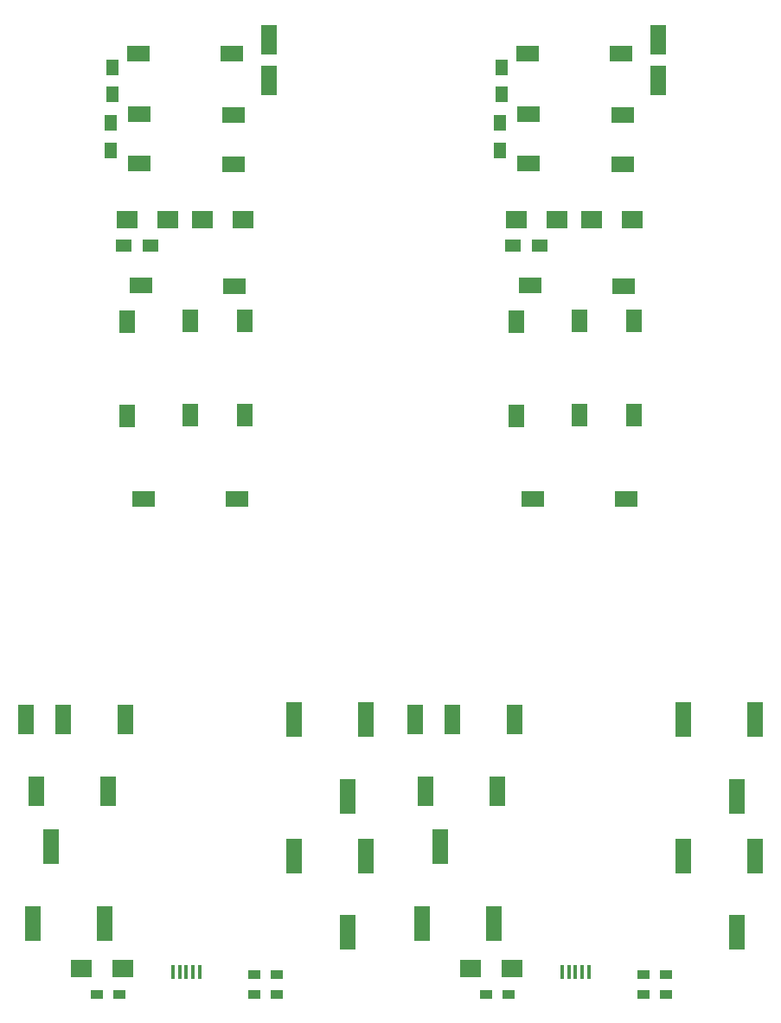
<source format=gbr>
%TF.GenerationSoftware,KiCad,Pcbnew,6.0.10-86aedd382b~118~ubuntu22.04.1*%
%TF.CreationDate,2022-12-28T16:13:35+01:00*%
%TF.ProjectId,BM83_breadboard_adapter_panel,424d3833-5f62-4726-9561-64626f617264,rev?*%
%TF.SameCoordinates,Original*%
%TF.FileFunction,Paste,Top*%
%TF.FilePolarity,Positive*%
%FSLAX46Y46*%
G04 Gerber Fmt 4.6, Leading zero omitted, Abs format (unit mm)*
G04 Created by KiCad (PCBNEW 6.0.10-86aedd382b~118~ubuntu22.04.1) date 2022-12-28 16:13:35*
%MOMM*%
%LPD*%
G01*
G04 APERTURE LIST*
%ADD10R,2.000000X1.700000*%
%ADD11R,1.500000X3.500000*%
%ADD12R,1.500000X1.300000*%
%ADD13R,1.300000X1.500000*%
%ADD14R,2.180000X1.600000*%
%ADD15R,1.600000X2.180000*%
%ADD16R,1.500000X3.000000*%
%ADD17R,1.200000X0.900000*%
%ADD18R,0.400000X1.350000*%
%ADD19R,1.501140X2.999740*%
G04 APERTURE END LIST*
D10*
%TO.C,D1*%
X215918800Y-104825800D03*
X211918800Y-104825800D03*
%TD*%
D11*
%TO.C,J2*%
X227942800Y-153780800D03*
X220942800Y-153780800D03*
X226142800Y-161280800D03*
%TD*%
D12*
%TO.C,R14*%
X204186800Y-107365800D03*
X206886800Y-107365800D03*
%TD*%
D13*
%TO.C,R10*%
X203123800Y-92586800D03*
X203123800Y-89886800D03*
%TD*%
D14*
%TO.C,SW7*%
X205760370Y-99362480D03*
X214965230Y-99367120D03*
%TD*%
D15*
%TO.C,SW6*%
X210746120Y-114764870D03*
X210741480Y-123969730D03*
%TD*%
D14*
%TO.C,SW8*%
X214965230Y-94541120D03*
X205760370Y-94536480D03*
%TD*%
D16*
%TO.C,U2*%
X202690800Y-160776800D03*
X195690800Y-160776800D03*
X194690800Y-153776800D03*
X198290800Y-153776800D03*
X204390800Y-153776800D03*
%TD*%
D10*
%TO.C,L1*%
X200107800Y-178104800D03*
X204107800Y-178104800D03*
%TD*%
D17*
%TO.C,RV3*%
X217052800Y-180644800D03*
X219252800Y-180644800D03*
%TD*%
D14*
%TO.C,SW1*%
X206141370Y-132191980D03*
X215346230Y-132196620D03*
%TD*%
D11*
%TO.C,J6*%
X227942800Y-167115800D03*
X220942800Y-167115800D03*
X226142800Y-174615800D03*
%TD*%
D10*
%TO.C,D2*%
X204552800Y-104825800D03*
X208552800Y-104825800D03*
%TD*%
D18*
%TO.C,J3*%
X209061900Y-178447260D03*
X209711900Y-178447260D03*
X210361900Y-178447260D03*
X211011900Y-178447260D03*
X211661900Y-178447260D03*
%TD*%
D14*
%TO.C,SW9*%
X205633370Y-88567480D03*
X214838230Y-88572120D03*
%TD*%
D15*
%TO.C,SW3*%
X204579660Y-124033230D03*
X204584300Y-114828370D03*
%TD*%
D19*
%TO.C,C12*%
X218490800Y-87205820D03*
X218490800Y-91203780D03*
%TD*%
D11*
%TO.C,J1*%
X195322800Y-173726800D03*
X202322800Y-173726800D03*
X197122800Y-166226800D03*
%TD*%
D17*
%TO.C,RV2*%
X217052800Y-178739800D03*
X219252800Y-178739800D03*
%TD*%
%TO.C,RV1*%
X203842800Y-180644800D03*
X201642800Y-180644800D03*
%TD*%
D15*
%TO.C,SW4*%
X216075480Y-123969730D03*
X216080120Y-114764870D03*
%TD*%
D14*
%TO.C,SW2*%
X205887370Y-111300480D03*
X215092230Y-111305120D03*
%TD*%
D13*
%TO.C,R15*%
X202971400Y-95373200D03*
X202971400Y-98073200D03*
%TD*%
D15*
%TO.C,SW4*%
X177975480Y-123969730D03*
X177980120Y-114764870D03*
%TD*%
D14*
%TO.C,SW8*%
X176865230Y-94541120D03*
X167660370Y-94536480D03*
%TD*%
D16*
%TO.C,U2*%
X164590800Y-160776800D03*
X157590800Y-160776800D03*
X156590800Y-153776800D03*
X160190800Y-153776800D03*
X166290800Y-153776800D03*
%TD*%
D10*
%TO.C,L1*%
X162007800Y-178104800D03*
X166007800Y-178104800D03*
%TD*%
D17*
%TO.C,RV3*%
X178952800Y-180644800D03*
X181152800Y-180644800D03*
%TD*%
D14*
%TO.C,SW1*%
X168041370Y-132191980D03*
X177246230Y-132196620D03*
%TD*%
D11*
%TO.C,J6*%
X189842800Y-167115800D03*
X182842800Y-167115800D03*
X188042800Y-174615800D03*
%TD*%
D10*
%TO.C,D2*%
X166452800Y-104825800D03*
X170452800Y-104825800D03*
%TD*%
D18*
%TO.C,J3*%
X170961900Y-178447260D03*
X171611900Y-178447260D03*
X172261900Y-178447260D03*
X172911900Y-178447260D03*
X173561900Y-178447260D03*
%TD*%
D14*
%TO.C,SW9*%
X167533370Y-88567480D03*
X176738230Y-88572120D03*
%TD*%
D15*
%TO.C,SW3*%
X166479660Y-124033230D03*
X166484300Y-114828370D03*
%TD*%
D19*
%TO.C,C12*%
X180390800Y-87205820D03*
X180390800Y-91203780D03*
%TD*%
D11*
%TO.C,J1*%
X157222800Y-173726800D03*
X164222800Y-173726800D03*
X159022800Y-166226800D03*
%TD*%
D17*
%TO.C,RV2*%
X178952800Y-178739800D03*
X181152800Y-178739800D03*
%TD*%
%TO.C,RV1*%
X165742800Y-180644800D03*
X163542800Y-180644800D03*
%TD*%
D14*
%TO.C,SW2*%
X167787370Y-111300480D03*
X176992230Y-111305120D03*
%TD*%
D13*
%TO.C,R15*%
X164871400Y-95373200D03*
X164871400Y-98073200D03*
%TD*%
D14*
%TO.C,SW7*%
X167660370Y-99362480D03*
X176865230Y-99367120D03*
%TD*%
D13*
%TO.C,R10*%
X165023800Y-92586800D03*
X165023800Y-89886800D03*
%TD*%
D15*
%TO.C,SW6*%
X172646120Y-114764870D03*
X172641480Y-123969730D03*
%TD*%
D10*
%TO.C,D1*%
X177818800Y-104825800D03*
X173818800Y-104825800D03*
%TD*%
D11*
%TO.C,J2*%
X189842800Y-153780800D03*
X182842800Y-153780800D03*
X188042800Y-161280800D03*
%TD*%
D12*
%TO.C,R14*%
X166086800Y-107365800D03*
X168786800Y-107365800D03*
%TD*%
M02*

</source>
